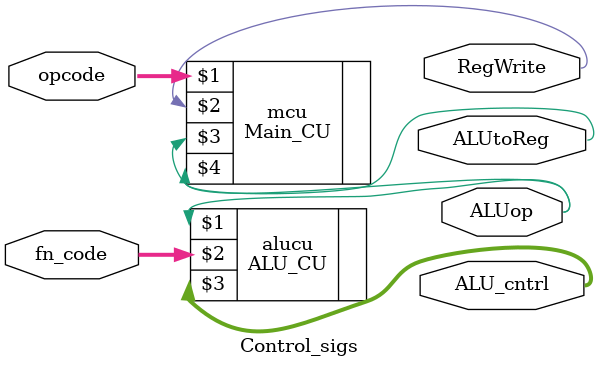
<source format=v>
`timescale 1ns / 1ps
module Control_sigs(
	input [5:0] opcode,
	input [5:0] fn_code,
	output RegWrite,
	output ALUtoReg,
	output ALUop,
	output [2:0] ALU_cntrl
    );
	 
	 Main_CU mcu (opcode, RegWrite, ALUtoReg, ALUop);
	 ALU_CU alucu(ALUop,fn_code,ALU_cntrl);
	
endmodule

</source>
